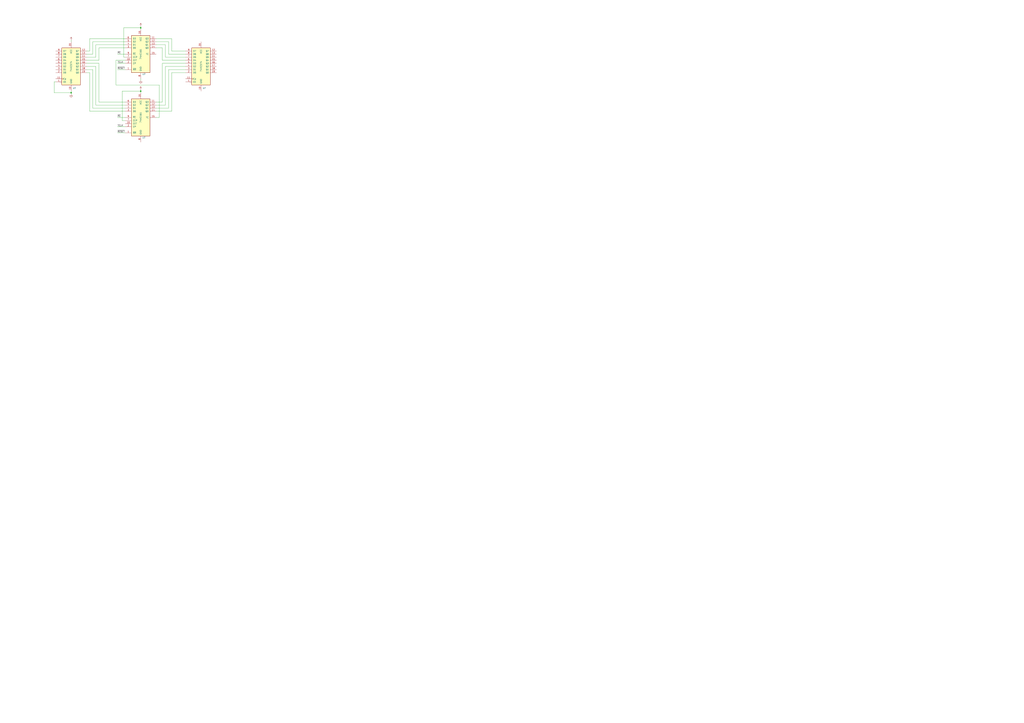
<source format=kicad_sch>
(kicad_sch (version 20211123) (generator eeschema)
  (paper "A1")
  (lib_symbols
    (symbol "power:GND" (power) (pin_names (offset 0))
      (property "Value" "GND" (at 0 -3.81 0))
      (symbol "GND_0_1"
        (polyline (pts (xy 0 0) (xy 0 -1.27) (xy 1.27 -1.27) (xy 0 -2.54) (xy -1.27 -1.27) (xy 0 -1.27)))
      )
      (symbol "GND_1_1"
        (pin power_in line (at 0 0 270) (length 0) hide (name "GND") (number "1"))
      )
    )
    (symbol "power:VCC" (power) (pin_names (offset 0))
      (property "Value" "VCC" (at 0 3.81 0))
      (symbol "VCC_0_1"
        (polyline (pts (xy -0.762 1.27) (xy 0 2.54)))
        (polyline (pts (xy 0 0) (xy 0 2.54)))
        (polyline (pts (xy 0 2.54) (xy 0.762 1.27)))
      )
      (symbol "VCC_1_1"
        (pin power_in line (at 0 0 90) (length 0) hide (name "VCC") (number "1"))
      )
    )
    (symbol "riscv-serial:74HC161" (pin_names (offset 1.016))
      (property "Reference" "U" (at 3.81 -16.51 0))
      (property "Value" "74HC161" (at 0 0 90))
      (symbol "74HC161_1_0"
        (pin input line (at -12.7 -12.7 0) (length 5.08) (name "~{MR}") (number "1"))
        (pin input line (at -12.7 -5.08 0) (length 5.08) (name "CET") (number "10"))
        (pin output line (at 12.7 12.7 180) (length 5.08) (name "Q3") (number "11"))
        (pin output line (at 12.7 10.16 180) (length 5.08) (name "Q2") (number "12"))
        (pin output line (at 12.7 7.62 180) (length 5.08) (name "Q1") (number "13"))
        (pin output line (at 12.7 5.08 180) (length 5.08) (name "Q0") (number "14"))
        (pin output line (at 12.7 0 180) (length 5.08) (name "TC") (number "15"))
        (pin power_in line (at 0 20.32 270) (length 5.08) (name "VCC") (number "16"))
        (pin input line (at -12.7 -7.62 0) (length 5.08) (name "CP") (number "2"))
        (pin input line (at -12.7 5.08 0) (length 5.08) (name "D0") (number "3"))
        (pin input line (at -12.7 7.62 0) (length 5.08) (name "D1") (number "4"))
        (pin input line (at -12.7 10.16 0) (length 5.08) (name "D2") (number "5"))
        (pin input line (at -12.7 12.7 0) (length 5.08) (name "D3") (number "6"))
        (pin input line (at -12.7 -2.54 0) (length 5.08) (name "CEP") (number "7"))
        (pin power_in line (at 0 -20.32 90) (length 5.08) (name "GND") (number "8"))
        (pin input line (at -12.7 0 0) (length 5.08) (name "~{PE}") (number "9"))
      )
      (symbol "74HC161_1_1"
        (rectangle (start -7.62 15.24) (end 7.62 -15.24) (stroke (width 0.254)) (fill (type background)))
      )
    )
    (symbol "riscv-serial:74HC574" (pin_names (offset 1.016))
      (property "Reference" "U" (at -7.62 16.51 0))
      (property "Value" "74HC574" (at -7.62 -16.51 0))
      (symbol "74HC574_1_0"
        (pin input inverted (at -12.7 -12.7 0) (length 5.08) (name "OE") (number "1"))
        (pin power_in line (at 0 -20.32 90) (length 5.08) (name "GND") (number "10"))
        (pin input clock (at -12.7 -10.16 0) (length 5.08) (name "Cp") (number "11"))
        (pin tri_state line (at 12.7 12.7 180) (length 5.08) (name "Q7") (number "12"))
        (pin tri_state line (at 12.7 10.16 180) (length 5.08) (name "Q6") (number "13"))
        (pin tri_state line (at 12.7 7.62 180) (length 5.08) (name "Q5") (number "14"))
        (pin tri_state line (at 12.7 5.08 180) (length 5.08) (name "Q4") (number "15"))
        (pin tri_state line (at 12.7 2.54 180) (length 5.08) (name "Q3") (number "16"))
        (pin tri_state line (at 12.7 0 180) (length 5.08) (name "Q2") (number "17"))
        (pin tri_state line (at 12.7 -2.54 180) (length 5.08) (name "Q1") (number "18"))
        (pin tri_state line (at 12.7 -5.08 180) (length 5.08) (name "Q0") (number "19"))
        (pin input line (at -12.7 -5.08 0) (length 5.08) (name "D0") (number "2"))
        (pin power_in line (at 0 20.32 270) (length 5.08) (name "VCC") (number "20"))
        (pin input line (at -12.7 -2.54 0) (length 5.08) (name "D1") (number "3"))
        (pin input line (at -12.7 0 0) (length 5.08) (name "D2") (number "4"))
        (pin input line (at -12.7 2.54 0) (length 5.08) (name "D3") (number "5"))
        (pin input line (at -12.7 5.08 0) (length 5.08) (name "D4") (number "6"))
        (pin input line (at -12.7 7.62 0) (length 5.08) (name "D5") (number "7"))
        (pin input line (at -12.7 10.16 0) (length 5.08) (name "D6") (number "8"))
        (pin input line (at -12.7 12.7 0) (length 5.08) (name "D7") (number "9"))
      )
      (symbol "74HC574_1_1"
        (rectangle (start -7.62 15.24) (end 7.62 -15.24) (stroke (width 0.254)) (fill (type background)))
      )
    )
  )
  (junction (at 115.57 74.93))
  (junction (at 115.57 22.86))
  (junction (at 58.42 76.2))
  (wire (pts (xy 133.35 52.07) (xy 152.4 52.07)))
  (wire (pts (xy 115.57 22.86) (xy 115.57 24.13)))
  (wire (pts (xy 128.27 34.29) (xy 138.43 34.29)))
  (wire (pts (xy 71.12 52.07) (xy 81.28 52.07)))
  (wire (pts (xy 76.2 34.29) (xy 102.87 34.29)))
  (wire (pts (xy 78.74 86.36) (xy 102.87 86.36)))
  (wire (pts (xy 73.66 59.69) (xy 71.12 59.69)))
  (wire (pts (xy 73.66 41.91) (xy 73.66 31.75)))
  (wire (pts (xy 95.25 49.53) (xy 102.87 49.53)))
  (wire (pts (xy 95.25 69.85) (xy 95.25 49.53)))
  (wire (pts (xy 115.57 74.93) (xy 115.57 76.2)))
  (wire (pts (xy 140.97 91.44) (xy 128.27 91.44)))
  (wire (pts (xy 96.52 96.52) (xy 102.87 96.52)))
  (wire (pts (xy 100.33 99.06) (xy 102.87 99.06)))
  (wire (pts (xy 138.43 34.29) (xy 138.43 44.45)))
  (wire (pts (xy 96.52 57.15) (xy 102.87 57.15)))
  (wire (pts (xy 138.43 44.45) (xy 152.4 44.45)))
  (wire (pts (xy 135.89 54.61) (xy 135.89 86.36)))
  (wire (pts (xy 73.66 59.69) (xy 73.66 91.44)))
  (wire (pts (xy 128.27 36.83) (xy 135.89 36.83)))
  (wire (pts (xy 44.45 67.31) (xy 45.72 67.31)))
  (wire (pts (xy 133.35 49.53) (xy 152.4 49.53)))
  (wire (pts (xy 76.2 44.45) (xy 76.2 34.29)))
  (wire (pts (xy 128.27 39.37) (xy 133.35 39.37)))
  (wire (pts (xy 128.27 31.75) (xy 140.97 31.75)))
  (wire (pts (xy 81.28 52.07) (xy 81.28 83.82)))
  (wire (pts (xy 135.89 36.83) (xy 135.89 46.99)))
  (wire (pts (xy 128.27 88.9) (xy 138.43 88.9)))
  (wire (pts (xy 96.52 44.45) (xy 102.87 44.45)))
  (wire (pts (xy 101.6 22.86) (xy 115.57 22.86)))
  (wire (pts (xy 133.35 83.82) (xy 133.35 52.07)))
  (wire (pts (xy 140.97 31.75) (xy 140.97 41.91)))
  (wire (pts (xy 58.42 74.93) (xy 58.42 76.2)))
  (wire (pts (xy 102.87 91.44) (xy 73.66 91.44)))
  (wire (pts (xy 96.52 52.07) (xy 102.87 52.07)))
  (wire (pts (xy 115.57 73.66) (xy 115.57 74.93)))
  (wire (pts (xy 58.42 76.2) (xy 44.45 76.2)))
  (wire (pts (xy 140.97 59.69) (xy 140.97 91.44)))
  (wire (pts (xy 152.4 54.61) (xy 135.89 54.61)))
  (wire (pts (xy 115.57 64.77) (xy 115.57 66.04)))
  (wire (pts (xy 78.74 54.61) (xy 78.74 86.36)))
  (wire (pts (xy 81.28 49.53) (xy 81.28 39.37)))
  (wire (pts (xy 130.81 69.85) (xy 130.81 96.52)))
  (wire (pts (xy 71.12 44.45) (xy 76.2 44.45)))
  (wire (pts (xy 96.52 104.14) (xy 102.87 104.14)))
  (wire (pts (xy 73.66 31.75) (xy 102.87 31.75)))
  (wire (pts (xy 71.12 57.15) (xy 76.2 57.15)))
  (wire (pts (xy 115.57 74.93) (xy 100.33 74.93)))
  (wire (pts (xy 130.81 69.85) (xy 95.25 69.85)))
  (wire (pts (xy 140.97 41.91) (xy 152.4 41.91)))
  (wire (pts (xy 138.43 88.9) (xy 138.43 57.15)))
  (wire (pts (xy 135.89 86.36) (xy 128.27 86.36)))
  (wire (pts (xy 135.89 46.99) (xy 152.4 46.99)))
  (wire (pts (xy 81.28 83.82) (xy 102.87 83.82)))
  (wire (pts (xy 96.52 109.22) (xy 102.87 109.22)))
  (wire (pts (xy 58.42 76.2) (xy 58.42 77.47)))
  (wire (pts (xy 152.4 59.69) (xy 140.97 59.69)))
  (wire (pts (xy 76.2 88.9) (xy 102.87 88.9)))
  (wire (pts (xy 78.74 54.61) (xy 71.12 54.61)))
  (wire (pts (xy 71.12 41.91) (xy 73.66 41.91)))
  (wire (pts (xy 58.42 33.02) (xy 58.42 34.29)))
  (wire (pts (xy 102.87 36.83) (xy 78.74 36.83)))
  (wire (pts (xy 100.33 74.93) (xy 100.33 99.06)))
  (wire (pts (xy 78.74 46.99) (xy 71.12 46.99)))
  (wire (pts (xy 44.45 76.2) (xy 44.45 67.31)))
  (wire (pts (xy 101.6 46.99) (xy 101.6 22.86)))
  (wire (pts (xy 128.27 96.52) (xy 130.81 96.52)))
  (wire (pts (xy 76.2 57.15) (xy 76.2 88.9)))
  (wire (pts (xy 115.57 21.59) (xy 115.57 22.86)))
  (wire (pts (xy 138.43 57.15) (xy 152.4 57.15)))
  (wire (pts (xy 71.12 49.53) (xy 81.28 49.53)))
  (wire (pts (xy 102.87 46.99) (xy 101.6 46.99)))
  (wire (pts (xy 78.74 36.83) (xy 78.74 46.99)))
  (wire (pts (xy 128.27 83.82) (xy 133.35 83.82)))
  (wire (pts (xy 81.28 39.37) (xy 102.87 39.37)))
  (wire (pts (xy 133.35 39.37) (xy 133.35 49.53)))
  (label "~{RESET}" (at 96.52 109.22 0))
  (label "~{RESET}" (at 96.52 57.15 0))
  (label "~{PE}" (at 96.52 96.52 0))
  (label "TCLK" (at 96.52 104.14 0))
  (label "~{PE}" (at 96.52 44.45 0))
  (label "TCLK" (at 96.52 52.07 0))
  (symbol (lib_id "riscv-serial:74HC161") (at 115.57 44.45 0) (unit 1)
    (property "Reference" "U?" (at 116.84 60.96 0) (effects (justify left)))
    (property "Value" "74HC161" (at 115.57 44.45 90))
    (property "Footprint" "Package_SO:SOIC-16_3.9x9.9mm_P1.27mm" (effects hide))
  )
  (symbol (lib_id "power:VCC") (at 115.57 21.59 0) (unit 1)
    (property "Reference" "#PWR?" (effects hide))
    (property "Value" "VCC" (effects hide))
  )
  (symbol (lib_id "power:GND") (at 58.42 77.47 0) (unit 1)
    (property "Reference" "#PWR?" (effects hide))
    (property "Value" "GND" (effects hide))
  )
  (symbol (lib_id "riscv-serial:74HC574") (at 58.42 54.61 0) (unit 1)
    (property "Reference" "U?" (at 59.69 72.39 0) (effects (justify left)))
    (property "Value" "74HC574" (at 58.42 54.61 90))
    (property "Footprint" "Package_SO:SOIC-20W_7.5x12.8mm_P1.27mm" (effects hide))
    (property "Datasheet" "https://assets.nexperia.com/documents/data-sheet/74HC_HCT574.pdf" (effects hide))
  )
  (symbol (lib_id "power:GND") (at 115.57 66.04 0) (unit 1)
    (property "Reference" "#PWR?" (effects hide))
    (property "Value" "GND" (effects hide))
  )
  (symbol (lib_id "power:VCC") (at 115.57 73.66 0) (unit 1)
    (property "Reference" "#PWR?" (effects hide))
    (property "Value" "VCC" (effects hide))
  )
  (symbol (lib_id "power:VCC") (at 58.42 33.02 0) (unit 1)
    (property "Reference" "#PWR?" (effects hide))
    (property "Value" "VCC" (effects hide))
  )
  (symbol (lib_id "riscv-serial:74HC574") (at 165.1 54.61 0) (unit 1)
    (property "Reference" "U?" (at 166.37 72.39 0) (effects (justify left)))
    (property "Value" "74HC574" (at 165.1 54.61 90))
    (property "Footprint" "Package_SO:SOIC-20W_7.5x12.8mm_P1.27mm" (effects hide))
    (property "Datasheet" "https://assets.nexperia.com/documents/data-sheet/74HC_HCT574.pdf" (effects hide))
  )
  (symbol (lib_id "riscv-serial:74HC161") (at 115.57 96.52 0) (unit 1)
    (property "Reference" "U?" (at 116.84 113.03 0) (effects (justify left)))
    (property "Value" "74HC161" (at 115.57 96.52 90))
    (property "Footprint" "Package_SO:SOIC-16_3.9x9.9mm_P1.27mm" (effects hide))
  )
)
</source>
